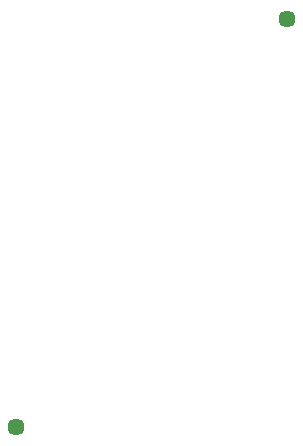
<source format=gbr>
%TF.GenerationSoftware,KiCad,Pcbnew,7.0.8*%
%TF.CreationDate,2025-02-14T01:11:11+05:30*%
%TF.ProjectId,7 segmetn display,37207365-676d-4657-946e-20646973706c,rev?*%
%TF.SameCoordinates,Original*%
%TF.FileFunction,NonPlated,1,2,NPTH,Drill*%
%TF.FilePolarity,Positive*%
%FSLAX46Y46*%
G04 Gerber Fmt 4.6, Leading zero omitted, Abs format (unit mm)*
G04 Created by KiCad (PCBNEW 7.0.8) date 2025-02-14 01:11:11*
%MOMM*%
%LPD*%
G01*
G04 APERTURE LIST*
%TA.AperFunction,ComponentDrill*%
%ADD10C,1.450000*%
%TD*%
G04 APERTURE END LIST*
D10*
%TO.C,U2*%
X105482500Y-122517500D03*
X128482500Y-88017500D03*
M02*

</source>
